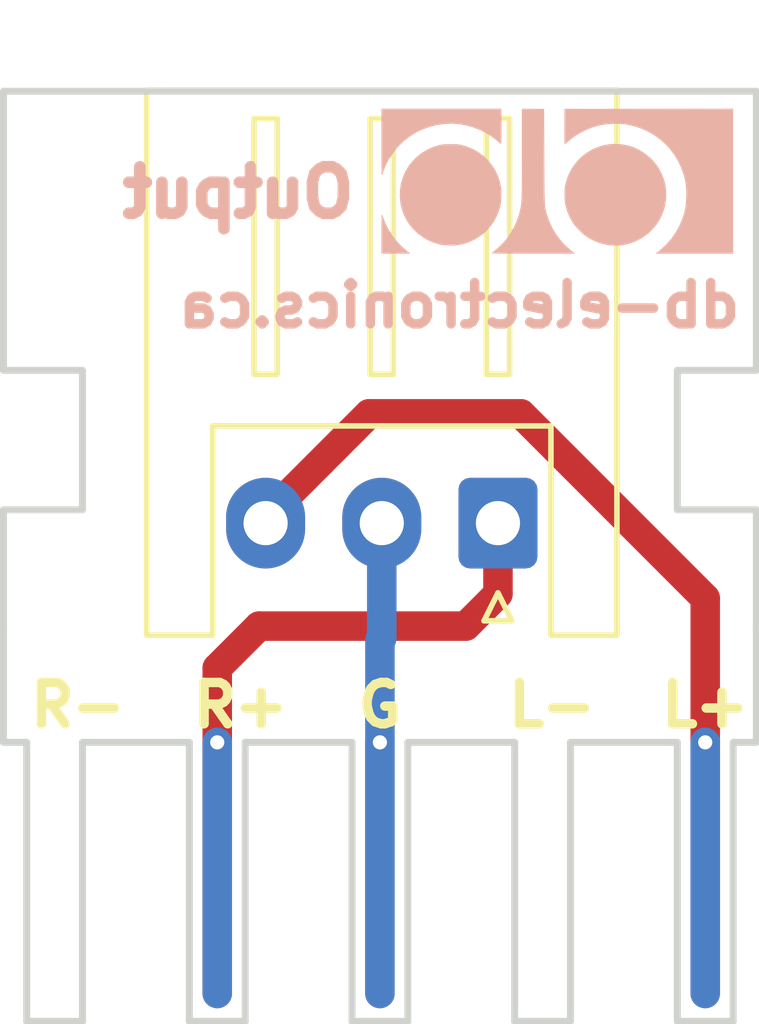
<source format=kicad_pcb>
(kicad_pcb (version 20171130) (host pcbnew 5.0.1)

  (general
    (thickness 1.6)
    (drawings 41)
    (tracks 23)
    (zones 0)
    (modules 2)
    (nets 4)
  )

  (page A4)
  (title_block
    (title "Phoenix Connector Audio Adapter")
    (date 2018-03-30)
    (rev 0.1)
    (company "db Electronics")
    (comment 1 "Licensed Under The CERN OHL v.1.2")
    (comment 2 https://github.com/db-electronics/phoenix-audio-adapter-kicad)
  )

  (layers
    (0 F.Cu signal)
    (31 B.Cu signal)
    (32 B.Adhes user)
    (33 F.Adhes user)
    (34 B.Paste user)
    (35 F.Paste user)
    (36 B.SilkS user)
    (37 F.SilkS user)
    (38 B.Mask user)
    (39 F.Mask user)
    (40 Dwgs.User user)
    (41 Cmts.User user)
    (42 Eco1.User user)
    (43 Eco2.User user)
    (44 Edge.Cuts user)
    (45 Margin user)
    (46 B.CrtYd user)
    (47 F.CrtYd user)
    (48 B.Fab user)
    (49 F.Fab user)
  )

  (setup
    (last_trace_width 0.635)
    (trace_clearance 0.1778)
    (zone_clearance 0.508)
    (zone_45_only no)
    (trace_min 0.1778)
    (segment_width 0.2)
    (edge_width 0.15)
    (via_size 0.6096)
    (via_drill 0.3048)
    (via_min_size 0.6096)
    (via_min_drill 0.3048)
    (uvia_size 0.3)
    (uvia_drill 0.1)
    (uvias_allowed no)
    (uvia_min_size 0)
    (uvia_min_drill 0)
    (pcb_text_width 0.3)
    (pcb_text_size 1.5 1.5)
    (mod_edge_width 0.15)
    (mod_text_size 1 1)
    (mod_text_width 0.15)
    (pad_size 1.524 1.524)
    (pad_drill 0.762)
    (pad_to_mask_clearance 0.2)
    (solder_mask_min_width 0.25)
    (aux_axis_origin 0 0)
    (grid_origin 139.7 114.3)
    (visible_elements FFFFFF7F)
    (pcbplotparams
      (layerselection 0x010f0_ffffffff)
      (usegerberextensions true)
      (usegerberattributes false)
      (usegerberadvancedattributes false)
      (creategerberjobfile false)
      (excludeedgelayer true)
      (linewidth 0.100000)
      (plotframeref false)
      (viasonmask false)
      (mode 1)
      (useauxorigin true)
      (hpglpennumber 1)
      (hpglpenspeed 20)
      (hpglpendiameter 15.000000)
      (psnegative false)
      (psa4output false)
      (plotreference true)
      (plotvalue true)
      (plotinvisibletext false)
      (padsonsilk false)
      (subtractmaskfromsilk false)
      (outputformat 1)
      (mirror false)
      (drillshape 0)
      (scaleselection 1)
      (outputdirectory "gerbers/jst"))
  )

  (net 0 "")
  (net 1 GND)
  (net 2 /LEFT)
  (net 3 /RIGHT)

  (net_class Default "This is the default net class."
    (clearance 0.1778)
    (trace_width 0.635)
    (via_dia 0.6096)
    (via_drill 0.3048)
    (uvia_dia 0.3)
    (uvia_drill 0.1)
    (add_net /LEFT)
    (add_net /RIGHT)
    (add_net GND)
  )

  (module db-artwork:db-logo_7.5mm (layer B.Cu) (tedit 0) (tstamp 5C84B56A)
    (at 143.5 109.246 180)
    (fp_text reference G*** (at 0 0 180) (layer B.SilkS) hide
      (effects (font (size 1.524 1.524) (thickness 0.3)) (justify mirror))
    )
    (fp_text value LOGO (at 0.75 0 180) (layer B.SilkS) hide
      (effects (font (size 1.524 1.524) (thickness 0.3)) (justify mirror))
    )
    (fp_poly (pts (xy 3.762644 0.861017) (xy 3.76259 0.75242) (xy 3.762432 0.648923) (xy 3.762179 0.551799)
      (xy 3.76184 0.46232) (xy 3.761421 0.38176) (xy 3.760933 0.311391) (xy 3.760382 0.252488)
      (xy 3.759777 0.206321) (xy 3.759127 0.174166) (xy 3.75844 0.157294) (xy 3.758069 0.154983)
      (xy 3.751478 0.161684) (xy 3.74971 0.165746) (xy 3.729331 0.223164) (xy 3.712993 0.267768)
      (xy 3.699328 0.303094) (xy 3.686967 0.332677) (xy 3.674541 0.360051) (xy 3.674284 0.360597)
      (xy 3.600053 0.499959) (xy 3.513126 0.630689) (xy 3.415096 0.750687) (xy 3.307559 0.857854)
      (xy 3.27617 0.8851) (xy 3.14623 0.984204) (xy 3.010591 1.067462) (xy 2.868441 1.135205)
      (xy 2.718971 1.187765) (xy 2.561371 1.225474) (xy 2.394833 1.248665) (xy 2.388262 1.24927)
      (xy 2.245841 1.253965) (xy 2.099867 1.243272) (xy 1.952947 1.21788) (xy 1.80769 1.178481)
      (xy 1.666705 1.125765) (xy 1.5326 1.060423) (xy 1.423418 0.993749) (xy 1.384032 0.966022)
      (xy 1.341373 0.93422) (xy 1.299335 0.901413) (xy 1.26181 0.870674) (xy 1.232692 0.845076)
      (xy 1.222644 0.835311) (xy 1.214471 0.826791) (xy 1.207703 0.820488) (xy 1.202207 0.817753)
      (xy 1.197852 0.819936) (xy 1.194506 0.828389) (xy 1.192035 0.844463) (xy 1.190308 0.869508)
      (xy 1.189193 0.904874) (xy 1.188557 0.951915) (xy 1.188268 1.011979) (xy 1.188195 1.086417)
      (xy 1.188203 1.176582) (xy 1.188204 1.187149) (xy 1.188204 1.567051) (xy 3.762644 1.567051)
      (xy 3.762644 0.861017)) (layer B.SilkS) (width 0.01))
    (fp_poly (pts (xy 2.33831 0.804099) (xy 2.385779 0.803057) (xy 2.423564 0.800999) (xy 2.455428 0.797611)
      (xy 2.485139 0.792582) (xy 2.516461 0.785597) (xy 2.52278 0.784054) (xy 2.606119 0.761042)
      (xy 2.680428 0.734613) (xy 2.753896 0.701673) (xy 2.791455 0.682542) (xy 2.90587 0.612843)
      (xy 3.009759 0.530206) (xy 3.102247 0.435955) (xy 3.182458 0.331417) (xy 3.249516 0.217916)
      (xy 3.302545 0.096777) (xy 3.340668 -0.030675) (xy 3.363011 -0.163115) (xy 3.365099 -0.185118)
      (xy 3.368258 -0.320962) (xy 3.355016 -0.454169) (xy 3.326002 -0.583426) (xy 3.281845 -0.70742)
      (xy 3.223172 -0.824839) (xy 3.150614 -0.934368) (xy 3.064798 -1.034696) (xy 2.966353 -1.124508)
      (xy 2.887925 -1.181978) (xy 2.779906 -1.246609) (xy 2.670798 -1.2966) (xy 2.555594 -1.33408)
      (xy 2.496949 -1.34819) (xy 2.466507 -1.353062) (xy 2.424391 -1.357498) (xy 2.374767 -1.3613)
      (xy 2.321796 -1.364271) (xy 2.269642 -1.366212) (xy 2.222469 -1.366927) (xy 2.184439 -1.366217)
      (xy 2.161153 -1.364143) (xy 2.141777 -1.36095) (xy 2.111964 -1.356122) (xy 2.079356 -1.350894)
      (xy 1.970166 -1.325786) (xy 1.859608 -1.285879) (xy 1.751068 -1.232923) (xy 1.647934 -1.168669)
      (xy 1.553592 -1.09487) (xy 1.514948 -1.059051) (xy 1.423124 -0.957671) (xy 1.345994 -0.847684)
      (xy 1.283241 -0.728526) (xy 1.234549 -0.599636) (xy 1.21385 -0.52522) (xy 1.2036 -0.471039)
      (xy 1.19591 -0.405212) (xy 1.191017 -0.33316) (xy 1.189164 -0.260301) (xy 1.190588 -0.192053)
      (xy 1.195531 -0.133836) (xy 1.196277 -0.128432) (xy 1.22421 0.007295) (xy 1.267609 0.135709)
      (xy 1.326232 0.256317) (xy 1.39984 0.36863) (xy 1.488194 0.472158) (xy 1.491585 0.475651)
      (xy 1.590058 0.566497) (xy 1.694215 0.642198) (xy 1.806183 0.703977) (xy 1.928086 0.753058)
      (xy 2.021437 0.780767) (xy 2.05554 0.789271) (xy 2.084829 0.795478) (xy 2.113116 0.799743)
      (xy 2.144211 0.802416) (xy 2.181926 0.80385) (xy 2.230072 0.804398) (xy 2.27739 0.804436)
      (xy 2.33831 0.804099)) (layer B.SilkS) (width 0.01))
    (fp_poly (pts (xy -1.147395 0.803944) (xy -1.020205 0.782443) (xy -0.897654 0.746492) (xy -0.780832 0.696782)
      (xy -0.670831 0.634005) (xy -0.56874 0.558852) (xy -0.475652 0.472016) (xy -0.392656 0.374189)
      (xy -0.320845 0.266062) (xy -0.261308 0.148327) (xy -0.215136 0.021676) (xy -0.188455 -0.086102)
      (xy -0.182362 -0.13053) (xy -0.178566 -0.187235) (xy -0.177015 -0.251434) (xy -0.177657 -0.318343)
      (xy -0.180439 -0.38318) (xy -0.185309 -0.441163) (xy -0.192214 -0.487508) (xy -0.192898 -0.49078)
      (xy -0.230777 -0.62666) (xy -0.284347 -0.756275) (xy -0.352935 -0.878037) (xy -0.36443 -0.895457)
      (xy -0.399661 -0.942287) (xy -0.445164 -0.994664) (xy -0.496947 -1.048609) (xy -0.551017 -1.100139)
      (xy -0.603383 -1.145274) (xy -0.649266 -1.179508) (xy -0.766511 -1.247912) (xy -0.890454 -1.301484)
      (xy -1.019236 -1.339805) (xy -1.150999 -1.362455) (xy -1.283886 -1.369016) (xy -1.416038 -1.359067)
      (xy -1.433593 -1.356457) (xy -1.527842 -1.337717) (xy -1.616207 -1.311364) (xy -1.705811 -1.27512)
      (xy -1.743559 -1.257361) (xy -1.861062 -1.191109) (xy -1.966944 -1.113195) (xy -2.06088 -1.024901)
      (xy -2.142546 -0.92751) (xy -2.211615 -0.822307) (xy -2.267763 -0.710574) (xy -2.310665 -0.593594)
      (xy -2.339995 -0.472652) (xy -2.355429 -0.34903) (xy -2.356642 -0.224011) (xy -2.343307 -0.098879)
      (xy -2.315102 0.025082) (xy -2.271699 0.14659) (xy -2.212774 0.264362) (xy -2.15259 0.357322)
      (xy -2.071526 0.456049) (xy -1.977971 0.545643) (xy -1.874347 0.624438) (xy -1.763075 0.690769)
      (xy -1.646575 0.74297) (xy -1.545889 0.774822) (xy -1.411328 0.800825) (xy -1.278133 0.810302)
      (xy -1.147395 0.803944)) (layer B.SilkS) (width 0.01))
    (fp_poly (pts (xy 3.757476 -0.723184) (xy 3.75868 -0.747021) (xy 3.759771 -0.784754) (xy 3.760725 -0.83472)
      (xy 3.761516 -0.895257) (xy 3.762116 -0.964701) (xy 3.762501 -1.041391) (xy 3.762644 -1.123665)
      (xy 3.762644 -1.54122) (xy 3.461288 -1.54122) (xy 3.391189 -1.54114) (xy 3.326865 -1.540912)
      (xy 3.270265 -1.540556) (xy 3.223337 -1.54009) (xy 3.188029 -1.539532) (xy 3.166291 -1.538903)
      (xy 3.159932 -1.538308) (xy 3.166291 -1.532168) (xy 3.183456 -1.517898) (xy 3.208563 -1.497837)
      (xy 3.229703 -1.481314) (xy 3.334247 -1.391147) (xy 3.432199 -1.288664) (xy 3.521537 -1.176688)
      (xy 3.600238 -1.058041) (xy 3.666277 -0.935547) (xy 3.717631 -0.812028) (xy 3.725048 -0.790243)
      (xy 3.736507 -0.757352) (xy 3.746667 -0.731724) (xy 3.754013 -0.717018) (xy 3.756187 -0.714904)
      (xy 3.757476 -0.723184)) (layer B.SilkS) (width 0.01))
    (fp_poly (pts (xy 0.740475 0.616678) (xy 0.7405 0.459865) (xy 0.740597 0.319208) (xy 0.740797 0.193639)
      (xy 0.741131 0.082094) (xy 0.74163 -0.016493) (xy 0.742326 -0.103187) (xy 0.74325 -0.179054)
      (xy 0.744434 -0.245159) (xy 0.745909 -0.302569) (xy 0.747705 -0.352348) (xy 0.749855 -0.395562)
      (xy 0.75239 -0.433277) (xy 0.75534 -0.466558) (xy 0.758738 -0.496471) (xy 0.762615 -0.524081)
      (xy 0.767001 -0.550454) (xy 0.771929 -0.576655) (xy 0.776162 -0.597626) (xy 0.808071 -0.720723)
      (xy 0.852772 -0.846031) (xy 0.908262 -0.969321) (xy 0.972537 -1.086363) (xy 1.043594 -1.192926)
      (xy 1.080616 -1.240442) (xy 1.116159 -1.281047) (xy 1.160259 -1.327628) (xy 1.208455 -1.375771)
      (xy 1.256285 -1.421063) (xy 1.29929 -1.459091) (xy 1.313051 -1.47041) (xy 1.341611 -1.4934)
      (xy 1.366071 -1.513323) (xy 1.382514 -1.52698) (xy 1.38593 -1.529937) (xy 1.385551 -1.53179)
      (xy 1.379458 -1.533437) (xy 1.366783 -1.53489) (xy 1.346657 -1.53616) (xy 1.318214 -1.537257)
      (xy 1.280584 -1.538193) (xy 1.232901 -1.53898) (xy 1.174296 -1.539627) (xy 1.103902 -1.540147)
      (xy 1.020851 -1.54055) (xy 0.924275 -1.540847) (xy 0.813306 -1.541051) (xy 0.687076 -1.54117)
      (xy 0.544718 -1.541218) (xy 0.505252 -1.54122) (xy -0.388034 -1.54122) (xy -0.30236 -1.472307)
      (xy -0.182755 -1.365154) (xy -0.075264 -1.246242) (xy 0.019268 -1.11683) (xy 0.099995 -0.978182)
      (xy 0.166073 -0.831558) (xy 0.206973 -0.712218) (xy 0.214978 -0.685563) (xy 0.222158 -0.661645)
      (xy 0.228563 -0.639433) (xy 0.23424 -0.6179) (xy 0.239239 -0.596016) (xy 0.243608 -0.572753)
      (xy 0.247397 -0.547081) (xy 0.250655 -0.517972) (xy 0.25343 -0.484396) (xy 0.255772 -0.445326)
      (xy 0.257728 -0.399731) (xy 0.259349 -0.346584) (xy 0.260682 -0.284854) (xy 0.261777 -0.213514)
      (xy 0.262683 -0.131535) (xy 0.263449 -0.037887) (xy 0.264123 0.068458) (xy 0.264754 0.18853)
      (xy 0.265392 0.323356) (xy 0.266084 0.473967) (xy 0.266384 0.538136) (xy 0.271221 1.562746)
      (xy 0.740475 1.567328) (xy 0.740475 0.616678)) (layer B.SilkS) (width 0.01))
    (fp_poly (pts (xy -1.986796 1.564919) (xy -0.176508 1.562746) (xy -0.174265 1.186051) (xy -0.173907 1.107381)
      (xy -0.173788 1.03428) (xy -0.173895 0.968491) (xy -0.174215 0.911756) (xy -0.174736 0.865819)
      (xy -0.175445 0.832421) (xy -0.176328 0.813307) (xy -0.177028 0.809356) (xy -0.185216 0.814732)
      (xy -0.203022 0.829151) (xy -0.227343 0.85005) (xy -0.24158 0.862669) (xy -0.352584 0.951996)
      (xy -0.475603 1.032899) (xy -0.606747 1.103299) (xy -0.742125 1.161115) (xy -0.877849 1.204268)
      (xy -0.882823 1.205555) (xy -0.990833 1.228202) (xy -1.10705 1.243532) (xy -1.226221 1.251272)
      (xy -1.343089 1.251153) (xy -1.452401 1.242903) (xy -1.493864 1.237099) (xy -1.65457 1.202771)
      (xy -1.808228 1.15337) (xy -1.954018 1.089643) (xy -2.091116 1.012333) (xy -2.218701 0.922187)
      (xy -2.335951 0.81995) (xy -2.442044 0.706368) (xy -2.536157 0.582185) (xy -2.61747 0.448147)
      (xy -2.685159 0.305) (xy -2.738403 0.153489) (xy -2.754695 0.093804) (xy -2.772386 0.01705)
      (xy -2.784965 -0.054519) (xy -2.792918 -0.125906) (xy -2.796734 -0.202111) (xy -2.796902 -0.288136)
      (xy -2.795977 -0.329263) (xy -2.788278 -0.45976) (xy -2.772206 -0.579069) (xy -2.746659 -0.691611)
      (xy -2.710534 -0.801809) (xy -2.662729 -0.914085) (xy -2.637043 -0.9666) (xy -2.560425 -1.102283)
      (xy -2.473934 -1.22547) (xy -2.375576 -1.338595) (xy -2.263359 -1.444092) (xy -2.210097 -1.487916)
      (xy -2.142804 -1.54122) (xy -3.797084 -1.54122) (xy -3.797084 1.567091) (xy -1.986796 1.564919)) (layer B.SilkS) (width 0.01))
  )

  (module Connector_JST:JST_XH_S03B-XH-A_1x03_P2.50mm_Horizontal (layer F.Cu) (tedit 5C84B628) (tstamp 5C850D3D)
    (at 142.24 116.586 180)
    (descr "JST XH series connector, S03B-XH-A (http://www.jst-mfg.com/product/pdf/eng/eXH.pdf), generated with kicad-footprint-generator")
    (tags "connector JST XH top entry")
    (path /5ABE576C)
    (fp_text reference CON101 (at 2.5 -3.5 180) (layer F.SilkS) hide
      (effects (font (size 1 1) (thickness 0.15)))
    )
    (fp_text value JST-XH (at 2.5 10.4 180) (layer F.Fab)
      (effects (font (size 1 1) (thickness 0.15)))
    )
    (fp_line (start -2.95 -2.8) (end -2.95 9.7) (layer F.CrtYd) (width 0.05))
    (fp_line (start -2.95 9.7) (end 7.95 9.7) (layer F.CrtYd) (width 0.05))
    (fp_line (start 7.95 9.7) (end 7.95 -2.8) (layer F.CrtYd) (width 0.05))
    (fp_line (start 7.95 -2.8) (end -2.95 -2.8) (layer F.CrtYd) (width 0.05))
    (fp_line (start 2.5 9.31) (end -2.56 9.31) (layer F.SilkS) (width 0.12))
    (fp_line (start -2.56 9.31) (end -2.56 -2.41) (layer F.SilkS) (width 0.12))
    (fp_line (start -2.56 -2.41) (end -1.14 -2.41) (layer F.SilkS) (width 0.12))
    (fp_line (start -1.14 -2.41) (end -1.14 2.09) (layer F.SilkS) (width 0.12))
    (fp_line (start -1.14 2.09) (end 2.5 2.09) (layer F.SilkS) (width 0.12))
    (fp_line (start 2.5 9.31) (end 7.56 9.31) (layer F.SilkS) (width 0.12))
    (fp_line (start 7.56 9.31) (end 7.56 -2.41) (layer F.SilkS) (width 0.12))
    (fp_line (start 7.56 -2.41) (end 6.14 -2.41) (layer F.SilkS) (width 0.12))
    (fp_line (start 6.14 -2.41) (end 6.14 2.09) (layer F.SilkS) (width 0.12))
    (fp_line (start 6.14 2.09) (end 2.5 2.09) (layer F.SilkS) (width 0.12))
    (fp_line (start 2.5 9.2) (end -2.45 9.2) (layer F.Fab) (width 0.1))
    (fp_line (start -2.45 9.2) (end -2.45 -2.3) (layer F.Fab) (width 0.1))
    (fp_line (start -2.45 -2.3) (end -1.25 -2.3) (layer F.Fab) (width 0.1))
    (fp_line (start -1.25 -2.3) (end -1.25 2.2) (layer F.Fab) (width 0.1))
    (fp_line (start -1.25 2.2) (end 2.5 2.2) (layer F.Fab) (width 0.1))
    (fp_line (start 2.5 9.2) (end 7.45 9.2) (layer F.Fab) (width 0.1))
    (fp_line (start 7.45 9.2) (end 7.45 -2.3) (layer F.Fab) (width 0.1))
    (fp_line (start 7.45 -2.3) (end 6.25 -2.3) (layer F.Fab) (width 0.1))
    (fp_line (start 6.25 -2.3) (end 6.25 2.2) (layer F.Fab) (width 0.1))
    (fp_line (start 6.25 2.2) (end 2.5 2.2) (layer F.Fab) (width 0.1))
    (fp_line (start -0.25 3.2) (end -0.25 8.7) (layer F.SilkS) (width 0.12))
    (fp_line (start -0.25 8.7) (end 0.25 8.7) (layer F.SilkS) (width 0.12))
    (fp_line (start 0.25 8.7) (end 0.25 3.2) (layer F.SilkS) (width 0.12))
    (fp_line (start 0.25 3.2) (end -0.25 3.2) (layer F.SilkS) (width 0.12))
    (fp_line (start 2.25 3.2) (end 2.25 8.7) (layer F.SilkS) (width 0.12))
    (fp_line (start 2.25 8.7) (end 2.75 8.7) (layer F.SilkS) (width 0.12))
    (fp_line (start 2.75 8.7) (end 2.75 3.2) (layer F.SilkS) (width 0.12))
    (fp_line (start 2.75 3.2) (end 2.25 3.2) (layer F.SilkS) (width 0.12))
    (fp_line (start 4.75 3.2) (end 4.75 8.7) (layer F.SilkS) (width 0.12))
    (fp_line (start 4.75 8.7) (end 5.25 8.7) (layer F.SilkS) (width 0.12))
    (fp_line (start 5.25 8.7) (end 5.25 3.2) (layer F.SilkS) (width 0.12))
    (fp_line (start 5.25 3.2) (end 4.75 3.2) (layer F.SilkS) (width 0.12))
    (fp_line (start 0 -1.5) (end -0.3 -2.1) (layer F.SilkS) (width 0.12))
    (fp_line (start -0.3 -2.1) (end 0.3 -2.1) (layer F.SilkS) (width 0.12))
    (fp_line (start 0.3 -2.1) (end 0 -1.5) (layer F.SilkS) (width 0.12))
    (fp_line (start -0.625 2.2) (end 0 1.2) (layer F.Fab) (width 0.1))
    (fp_line (start 0 1.2) (end 0.625 2.2) (layer F.Fab) (width 0.1))
    (fp_text user %R (at 2.5 3.45 180) (layer F.Fab)
      (effects (font (size 1 1) (thickness 0.15)))
    )
    (pad 1 thru_hole roundrect (at 0 0 180) (size 1.7 1.95) (drill 0.95) (layers *.Cu *.Mask) (roundrect_rratio 0.147059)
      (net 3 /RIGHT))
    (pad 2 thru_hole oval (at 2.5 0 180) (size 1.7 1.95) (drill 0.95) (layers *.Cu *.Mask)
      (net 1 GND))
    (pad 3 thru_hole oval (at 5 0 180) (size 1.7 1.95) (drill 0.95) (layers *.Cu *.Mask)
      (net 2 /LEFT))
    (model ${KISYS3DMOD}/Connector_JST.3dshapes/JST_XH_S03B-XH-A_1x03_P2.50mm_Horizontal.wrl
      (at (xyz 0 0 0))
      (scale (xyz 1 1 1))
      (rotate (xyz 0 0 0))
    )
  )

  (gr_text Output (at 136.652 109.474) (layer B.SilkS)
    (effects (font (size 1 1) (thickness 0.25)) (justify mirror))
  )
  (gr_text db-electronics.ca (at 141.4 111.9) (layer B.SilkS) (tstamp 5ABE627E)
    (effects (font (size 0.889 0.889) (thickness 0.2032)) (justify mirror))
  )
  (gr_text L+ (at 146.7 120.5) (layer F.SilkS) (tstamp 5ABE5D7B)
    (effects (font (size 0.889 0.889) (thickness 0.2032)))
  )
  (gr_text L- (at 143.4 120.5) (layer F.SilkS) (tstamp 5ABE5D6D)
    (effects (font (size 0.889 0.889) (thickness 0.2032)))
  )
  (gr_text G (at 139.7 120.5) (layer F.SilkS) (tstamp 5ABE5D60)
    (effects (font (size 0.889 0.889) (thickness 0.2032)))
  )
  (gr_text R+ (at 136.7 120.5) (layer F.SilkS) (tstamp 5ABE5D50)
    (effects (font (size 0.889 0.889) (thickness 0.2032)))
  )
  (gr_text R- (at 133.2 120.5) (layer F.SilkS)
    (effects (font (size 0.889 0.889) (thickness 0.2032)))
  )
  (gr_line (start 147.3 121.3) (end 147.8 121.3) (layer Edge.Cuts) (width 0.15))
  (gr_line (start 143.8 121.3) (end 146.1 121.3) (layer Edge.Cuts) (width 0.15))
  (gr_line (start 140.3 121.3) (end 142.6 121.3) (layer Edge.Cuts) (width 0.15))
  (gr_line (start 136.8 121.3) (end 139.1 121.3) (layer Edge.Cuts) (width 0.15))
  (gr_line (start 133.3 121.3) (end 135.6 121.3) (layer Edge.Cuts) (width 0.15))
  (gr_line (start 131.6 121.3) (end 132.1 121.3) (layer Edge.Cuts) (width 0.15))
  (gr_line (start 142.6 127.3) (end 143.8 127.3) (layer Edge.Cuts) (width 0.15) (tstamp 5ABE5C7D))
  (gr_line (start 143.8 127.3) (end 143.8 121.3) (layer Edge.Cuts) (width 0.15) (tstamp 5ABE5C7C))
  (gr_line (start 147.3 127.3) (end 147.3 121.3) (layer Edge.Cuts) (width 0.15) (tstamp 5ABE5C7B))
  (gr_line (start 146.1 121.3) (end 146.1 127.3) (layer Edge.Cuts) (width 0.15) (tstamp 5ABE5C7A))
  (gr_line (start 146.1 127.3) (end 147.3 127.3) (layer Edge.Cuts) (width 0.15) (tstamp 5ABE5C79))
  (gr_line (start 142.6 121.3) (end 142.6 127.3) (layer Edge.Cuts) (width 0.15) (tstamp 5ABE5C78))
  (gr_line (start 133.3 127.3) (end 133.3 121.3) (layer Edge.Cuts) (width 0.15) (tstamp 5ABE5B1F))
  (gr_line (start 132.1 127.3) (end 133.3 127.3) (layer Edge.Cuts) (width 0.15) (tstamp 5ABE5B1E))
  (gr_line (start 132.1 121.3) (end 132.1 127.3) (layer Edge.Cuts) (width 0.15) (tstamp 5ABE5B1D))
  (gr_line (start 136.8 127.3) (end 136.8 121.3) (layer Edge.Cuts) (width 0.15) (tstamp 5ABE5B0C))
  (gr_line (start 135.6 127.3) (end 136.8 127.3) (layer Edge.Cuts) (width 0.15) (tstamp 5ABE5B0B))
  (gr_line (start 135.6 121.3) (end 135.6 127.3) (layer Edge.Cuts) (width 0.15) (tstamp 5ABE5B0A))
  (gr_line (start 140.3 127.3) (end 140.3 121.3) (layer Edge.Cuts) (width 0.15))
  (gr_line (start 139.1 127.3) (end 140.3 127.3) (layer Edge.Cuts) (width 0.15))
  (gr_line (start 139.1 121.3) (end 139.1 127.3) (layer Edge.Cuts) (width 0.15))
  (gr_line (start 147.8 118.8) (end 147.8 121.3) (layer Edge.Cuts) (width 0.15))
  (gr_line (start 147.8 116.3) (end 147.8 118.8) (layer Edge.Cuts) (width 0.15))
  (gr_line (start 146.1 116.3) (end 147.8 116.3) (layer Edge.Cuts) (width 0.15))
  (gr_line (start 146.1 113.3) (end 146.1 116.3) (layer Edge.Cuts) (width 0.15))
  (gr_line (start 147.8 113.3) (end 146.1 113.3) (layer Edge.Cuts) (width 0.15))
  (gr_line (start 147.8 107.3) (end 147.8 113.3) (layer Edge.Cuts) (width 0.15))
  (gr_line (start 131.6 107.3) (end 147.8 107.3) (layer Edge.Cuts) (width 0.15))
  (gr_line (start 131.6 118.8) (end 131.6 121.3) (layer Edge.Cuts) (width 0.15))
  (gr_line (start 131.6 116.3) (end 131.6 118.8) (layer Edge.Cuts) (width 0.15))
  (gr_line (start 133.3 116.3) (end 131.6 116.3) (layer Edge.Cuts) (width 0.15))
  (gr_line (start 133.3 113.3) (end 133.3 116.3) (layer Edge.Cuts) (width 0.15))
  (gr_line (start 131.6 113.3) (end 133.3 113.3) (layer Edge.Cuts) (width 0.15))
  (gr_line (start 131.6 107.3) (end 131.6 113.3) (layer Edge.Cuts) (width 0.15))

  (segment (start 139.7 121.3) (end 139.7 126.7) (width 0.635) (layer F.Cu) (net 1))
  (segment (start 139.7 121.3) (end 139.7 126.7) (width 0.635) (layer B.Cu) (net 1))
  (segment (start 139.7 120.3) (end 139.7 121.3) (width 0.635) (layer B.Cu) (net 1))
  (via (at 139.7 121.3) (size 0.6096) (drill 0.3048) (layers F.Cu B.Cu) (net 1))
  (segment (start 139.7 119.1) (end 139.7 120.3) (width 0.635) (layer B.Cu) (net 1))
  (segment (start 139.74 119.06) (end 139.74 116.586) (width 0.635) (layer B.Cu) (net 1))
  (segment (start 139.7 119.1) (end 139.74 119.06) (width 0.635) (layer B.Cu) (net 1))
  (segment (start 146.7 121.3) (end 146.7 126.7) (width 0.635) (layer B.Cu) (net 2))
  (segment (start 146.7 126.7) (end 146.7 121.3) (width 0.635) (layer F.Cu) (net 2))
  (via (at 146.7 121.3) (size 0.6096) (drill 0.3048) (layers F.Cu B.Cu) (net 2))
  (segment (start 137.24 116.461) (end 137.24 116.586) (width 0.635) (layer F.Cu) (net 2))
  (segment (start 142.7365 114.2365) (end 139.4645 114.2365) (width 0.635) (layer F.Cu) (net 2))
  (segment (start 146.7 118.2) (end 142.7365 114.2365) (width 0.635) (layer F.Cu) (net 2))
  (segment (start 139.4645 114.2365) (end 137.24 116.461) (width 0.635) (layer F.Cu) (net 2))
  (segment (start 146.7 121.3) (end 146.7 118.2) (width 0.635) (layer F.Cu) (net 2))
  (segment (start 136.2 121.3) (end 136.2 126.7) (width 0.635) (layer B.Cu) (net 3))
  (segment (start 136.2 121.3) (end 136.2 126.7) (width 0.635) (layer F.Cu) (net 3))
  (segment (start 136.2 119.7) (end 136.2 121.3) (width 0.635) (layer F.Cu) (net 3))
  (via (at 136.2 121.3) (size 0.6096) (drill 0.3048) (layers F.Cu B.Cu) (net 3))
  (segment (start 137.1 118.8) (end 136.2 119.7) (width 0.635) (layer F.Cu) (net 3))
  (segment (start 137.1 118.8) (end 141.55 118.8) (width 0.635) (layer F.Cu) (net 3))
  (segment (start 142.24 118.11) (end 142.24 116.586) (width 0.635) (layer F.Cu) (net 3))
  (segment (start 141.55 118.8) (end 142.24 118.11) (width 0.635) (layer F.Cu) (net 3))

  (zone (net 0) (net_name "") (layer F.Mask) (tstamp 5C84B84C) (hatch edge 0.508)
    (connect_pads (clearance 0.508))
    (min_thickness 0.254)
    (fill yes (arc_segments 16) (thermal_gap 0.508) (thermal_bridge_width 0.508))
    (polygon
      (pts
        (xy 135.6 122.3) (xy 135.6 127.3) (xy 136.8 127.3) (xy 136.8 122.3)
      )
    )
    (filled_polygon
      (pts
        (xy 136.673 127.173) (xy 135.727 127.173) (xy 135.727 122.427) (xy 136.673 122.427)
      )
    )
  )
  (zone (net 0) (net_name "") (layer F.Mask) (tstamp 5C84B849) (hatch edge 0.508)
    (connect_pads (clearance 0.508))
    (min_thickness 0.254)
    (fill yes (arc_segments 16) (thermal_gap 0.508) (thermal_bridge_width 0.508))
    (polygon
      (pts
        (xy 139.1 122.3) (xy 139.1 127.3) (xy 140.3 127.3) (xy 140.3 122.3)
      )
    )
    (filled_polygon
      (pts
        (xy 140.173 127.173) (xy 139.227 127.173) (xy 139.227 122.427) (xy 140.173 122.427)
      )
    )
  )
  (zone (net 0) (net_name "") (layer F.Mask) (tstamp 5C84B846) (hatch edge 0.508)
    (connect_pads (clearance 0.508))
    (min_thickness 0.254)
    (fill yes (arc_segments 16) (thermal_gap 0.508) (thermal_bridge_width 0.508))
    (polygon
      (pts
        (xy 146.1 122.3) (xy 146.1 127.3) (xy 147.3 127.3) (xy 147.3 122.3)
      )
    )
    (filled_polygon
      (pts
        (xy 147.173 127.173) (xy 146.227 127.173) (xy 146.227 122.427) (xy 147.173 122.427)
      )
    )
  )
  (zone (net 0) (net_name "") (layer B.Mask) (tstamp 5C84B843) (hatch edge 0.508)
    (connect_pads (clearance 0.508))
    (min_thickness 0.254)
    (fill yes (arc_segments 16) (thermal_gap 0.508) (thermal_bridge_width 0.508))
    (polygon
      (pts
        (xy 135.6 122.3) (xy 135.6 127.3) (xy 136.8 127.3) (xy 136.8 122.3)
      )
    )
    (filled_polygon
      (pts
        (xy 136.673 127.173) (xy 135.727 127.173) (xy 135.727 122.427) (xy 136.673 122.427)
      )
    )
  )
  (zone (net 0) (net_name "") (layer B.Mask) (tstamp 5C84B840) (hatch edge 0.508)
    (connect_pads (clearance 0.508))
    (min_thickness 0.254)
    (fill yes (arc_segments 16) (thermal_gap 0.508) (thermal_bridge_width 0.508))
    (polygon
      (pts
        (xy 139.1 122.3) (xy 139.1 127.3) (xy 140.3 127.3) (xy 140.3 122.3)
      )
    )
    (filled_polygon
      (pts
        (xy 140.173 127.173) (xy 139.227 127.173) (xy 139.227 122.427) (xy 140.173 122.427)
      )
    )
  )
  (zone (net 0) (net_name "") (layer B.Mask) (tstamp 5C84B83D) (hatch edge 0.508)
    (connect_pads (clearance 0.508))
    (min_thickness 0.254)
    (fill yes (arc_segments 16) (thermal_gap 0.508) (thermal_bridge_width 0.508))
    (polygon
      (pts
        (xy 146.1 122.3) (xy 146.1 127.3) (xy 147.3 127.3) (xy 147.3 122.3)
      )
    )
    (filled_polygon
      (pts
        (xy 147.173 127.173) (xy 146.227 127.173) (xy 146.227 122.427) (xy 147.173 122.427)
      )
    )
  )
)

</source>
